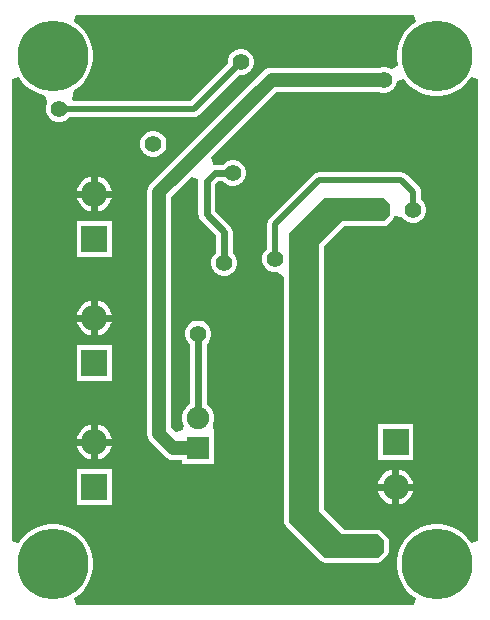
<source format=gbl>
G04*
G04 #@! TF.GenerationSoftware,Altium Limited,Altium Designer,24.9.1 (31)*
G04*
G04 Layer_Physical_Order=2*
G04 Layer_Color=16711680*
%FSLAX24Y24*%
%MOIN*%
G70*
G04*
G04 #@! TF.SameCoordinates,EFE55B14-B155-4399-AD63-722DAA59AC23*
G04*
G04*
G04 #@! TF.FilePolarity,Positive*
G04*
G01*
G75*
%ADD65C,0.0197*%
%ADD66C,0.0236*%
%ADD67C,0.0472*%
%ADD70C,0.0866*%
%ADD71R,0.0866X0.0866*%
%ADD72R,0.0748X0.0748*%
%ADD73C,0.0748*%
%ADD74C,0.2362*%
%ADD75C,0.0551*%
G36*
X13469Y19461D02*
X13467Y19449D01*
X13301Y19328D01*
X13152Y19179D01*
X13028Y19009D01*
X12933Y18821D01*
X12868Y18621D01*
X12835Y18412D01*
Y18202D01*
X12866Y18001D01*
X12855Y17985D01*
X12691Y17881D01*
X12659Y17871D01*
X12569Y17923D01*
X12459Y17953D01*
X12345D01*
X12234Y17923D01*
X12223Y17917D01*
X8661D01*
X8559Y17903D01*
X8463Y17864D01*
X8381Y17800D01*
X4640Y14060D01*
X4577Y13978D01*
X4538Y13882D01*
X4524Y13780D01*
Y5709D01*
X4538Y5606D01*
X4577Y5510D01*
X4640Y5428D01*
X5109Y4959D01*
X5191Y4896D01*
X5287Y4857D01*
X5390Y4843D01*
X5689D01*
Y4709D01*
X6752D01*
Y5772D01*
X6752Y5772D01*
X6700Y6008D01*
X6716Y6035D01*
X6752Y6170D01*
Y6310D01*
X6716Y6445D01*
X6646Y6567D01*
X6547Y6665D01*
X6498Y6693D01*
Y8721D01*
X6567Y8789D01*
X6624Y8888D01*
X6654Y8998D01*
Y9112D01*
X6624Y9222D01*
X6567Y9321D01*
X6486Y9402D01*
X6388Y9459D01*
X6277Y9488D01*
X6163D01*
X6053Y9459D01*
X5955Y9402D01*
X5874Y9321D01*
X5817Y9222D01*
X5787Y9112D01*
Y8998D01*
X5817Y8888D01*
X5874Y8789D01*
X5943Y8721D01*
Y6693D01*
X5894Y6665D01*
X5795Y6567D01*
X5725Y6445D01*
X5689Y6310D01*
Y6170D01*
X5725Y6035D01*
X5741Y6008D01*
X5702Y5832D01*
X5466Y5778D01*
X5318Y5913D01*
Y13615D01*
X5974Y14271D01*
X6208Y14206D01*
X6225Y14188D01*
X6218Y14134D01*
Y13032D01*
X6228Y12960D01*
X6255Y12893D01*
X6300Y12835D01*
X6809Y12326D01*
Y11752D01*
X6740Y11683D01*
X6683Y11584D01*
X6654Y11474D01*
Y11360D01*
X6683Y11250D01*
X6740Y11151D01*
X6821Y11071D01*
X6919Y11014D01*
X7030Y10984D01*
X7144D01*
X7254Y11014D01*
X7353Y11071D01*
X7433Y11151D01*
X7490Y11250D01*
X7520Y11360D01*
Y11474D01*
X7490Y11584D01*
X7433Y11683D01*
X7365Y11752D01*
Y12441D01*
X7355Y12513D01*
X7327Y12580D01*
X7283Y12637D01*
X6774Y13147D01*
Y14019D01*
X6887Y14131D01*
X7028D01*
X7096Y14063D01*
X7195Y14006D01*
X7305Y13976D01*
X7419D01*
X7529Y14006D01*
X7628Y14063D01*
X7709Y14144D01*
X7766Y14242D01*
X7795Y14352D01*
Y14466D01*
X7766Y14577D01*
X7709Y14675D01*
X7628Y14756D01*
X7529Y14813D01*
X7419Y14843D01*
X7305D01*
X7195Y14813D01*
X7096Y14756D01*
X7028Y14687D01*
X6772D01*
X6718Y14680D01*
X6699Y14697D01*
X6635Y14932D01*
X8826Y17123D01*
X12223D01*
X12234Y17116D01*
X12345Y17087D01*
X12459D01*
X12569Y17116D01*
X12667Y17173D01*
X12748Y17254D01*
X12805Y17353D01*
X12835Y17463D01*
Y17478D01*
X13071Y17547D01*
X13152Y17435D01*
X13301Y17286D01*
X13472Y17162D01*
X13659Y17067D01*
X13860Y17001D01*
X14068Y16969D01*
X14279D01*
X14487Y17001D01*
X14687Y17067D01*
X14875Y17162D01*
X15045Y17286D01*
X15194Y17435D01*
X15315Y17601D01*
X15327Y17603D01*
X15551Y17543D01*
Y2142D01*
X15327Y2082D01*
X15315Y2084D01*
X15194Y2250D01*
X15045Y2399D01*
X14875Y2523D01*
X14687Y2618D01*
X14487Y2684D01*
X14279Y2717D01*
X14068D01*
X13860Y2684D01*
X13659Y2618D01*
X13472Y2523D01*
X13301Y2399D01*
X13152Y2250D01*
X13028Y2080D01*
X12933Y1892D01*
X12868Y1691D01*
X12835Y1483D01*
Y1273D01*
X12868Y1064D01*
X12933Y864D01*
X13028Y676D01*
X13152Y506D01*
X13301Y357D01*
X13467Y236D01*
X13469Y225D01*
X13409Y0D01*
X2142D01*
X2082Y225D01*
X2084Y236D01*
X2250Y357D01*
X2399Y506D01*
X2523Y676D01*
X2618Y864D01*
X2684Y1064D01*
X2717Y1273D01*
Y1483D01*
X2684Y1691D01*
X2618Y1892D01*
X2523Y2080D01*
X2399Y2250D01*
X2250Y2399D01*
X2080Y2523D01*
X1892Y2618D01*
X1691Y2684D01*
X1483Y2717D01*
X1273D01*
X1064Y2684D01*
X864Y2618D01*
X676Y2523D01*
X506Y2399D01*
X357Y2250D01*
X236Y2084D01*
X225Y2082D01*
X0Y2142D01*
Y17543D01*
X225Y17603D01*
X236Y17601D01*
X357Y17435D01*
X506Y17286D01*
X676Y17162D01*
X864Y17067D01*
X1064Y17001D01*
X1090Y16997D01*
X1138Y16929D01*
X1194Y16742D01*
X1171Y16703D01*
X1142Y16592D01*
Y16478D01*
X1171Y16368D01*
X1228Y16270D01*
X1309Y16189D01*
X1408Y16132D01*
X1518Y16102D01*
X1632D01*
X1742Y16132D01*
X1841Y16189D01*
X1921Y16270D01*
X1926Y16277D01*
X6063D01*
X6130Y16286D01*
X6192Y16312D01*
X6246Y16353D01*
X7572Y17680D01*
X7581Y17677D01*
X7695D01*
X7805Y17707D01*
X7904Y17764D01*
X7984Y17844D01*
X8041Y17943D01*
X8071Y18053D01*
Y18167D01*
X8041Y18277D01*
X7984Y18376D01*
X7904Y18457D01*
X7805Y18514D01*
X7695Y18543D01*
X7581D01*
X7471Y18514D01*
X7372Y18457D01*
X7291Y18376D01*
X7234Y18277D01*
X7205Y18167D01*
Y18053D01*
X7207Y18045D01*
X5956Y16794D01*
X2057D01*
X2003Y16880D01*
X2080Y17162D01*
X2250Y17286D01*
X2399Y17435D01*
X2523Y17606D01*
X2618Y17793D01*
X2684Y17994D01*
X2717Y18202D01*
Y18412D01*
X2684Y18621D01*
X2618Y18821D01*
X2523Y19009D01*
X2399Y19179D01*
X2250Y19328D01*
X2084Y19449D01*
X2082Y19461D01*
X2142Y19685D01*
X13409D01*
X13469Y19461D01*
D02*
G37*
%LPC*%
G36*
X4781Y15807D02*
X4667D01*
X4557Y15778D01*
X4459Y15721D01*
X4378Y15640D01*
X4321Y15541D01*
X4291Y15431D01*
Y15317D01*
X4321Y15207D01*
X4378Y15108D01*
X4459Y15027D01*
X4557Y14970D01*
X4667Y14941D01*
X4781D01*
X4892Y14970D01*
X4990Y15027D01*
X5071Y15108D01*
X5128Y15207D01*
X5157Y15317D01*
Y15431D01*
X5128Y15541D01*
X5071Y15640D01*
X4990Y15721D01*
X4892Y15778D01*
X4781Y15807D01*
D02*
G37*
G36*
X2874Y14283D02*
Y13823D01*
X3335D01*
X3324Y13877D01*
X3279Y13984D01*
X3215Y14081D01*
X3132Y14163D01*
X3036Y14228D01*
X2928Y14273D01*
X2874Y14283D01*
D02*
G37*
G36*
X2638Y14283D02*
X2584Y14273D01*
X2476Y14228D01*
X2379Y14163D01*
X2297Y14081D01*
X2233Y13984D01*
X2188Y13877D01*
X2177Y13823D01*
X2638D01*
Y14283D01*
D02*
G37*
G36*
Y13587D02*
X2177D01*
X2188Y13532D01*
X2233Y13425D01*
X2297Y13328D01*
X2379Y13246D01*
X2476Y13181D01*
X2584Y13137D01*
X2638Y13126D01*
Y13587D01*
D02*
G37*
G36*
X3335D02*
X2874D01*
Y13126D01*
X2928Y13137D01*
X3036Y13181D01*
X3132Y13246D01*
X3215Y13328D01*
X3279Y13425D01*
X3324Y13532D01*
X3335Y13587D01*
D02*
G37*
G36*
X12992Y14431D02*
X10236D01*
X10169Y14423D01*
X10107Y14397D01*
X10054Y14356D01*
X8597Y12899D01*
X8556Y12846D01*
X8530Y12783D01*
X8521Y12717D01*
Y11886D01*
X8514Y11882D01*
X8433Y11801D01*
X8376Y11703D01*
X8346Y11592D01*
Y11478D01*
X8376Y11368D01*
X8433Y11270D01*
X8514Y11189D01*
X8612Y11132D01*
X8723Y11102D01*
X8837D01*
X8855Y11107D01*
X9056Y10989D01*
X9091Y10943D01*
Y2756D01*
X9091Y2756D01*
X9104Y2694D01*
X9138Y2642D01*
X10320Y1461D01*
X10372Y1426D01*
X10433Y1414D01*
X10433Y1414D01*
X12205D01*
X12266Y1426D01*
X12318Y1461D01*
X12318Y1461D01*
X12515Y1658D01*
X12550Y1710D01*
X12562Y1772D01*
X12562Y1772D01*
Y2165D01*
X12550Y2227D01*
X12515Y2279D01*
X12515Y2279D01*
X12318Y2476D01*
X12266Y2511D01*
X12205Y2523D01*
X12205Y2523D01*
X11090D01*
X10397Y3216D01*
Y11941D01*
X11090Y12635D01*
X12402D01*
X12402Y12635D01*
X12463Y12647D01*
X12515Y12682D01*
X12515Y12682D01*
X12712Y12879D01*
X12712Y12879D01*
X12747Y12931D01*
X12753Y12964D01*
X12777Y12982D01*
X13023Y12951D01*
X13039Y12923D01*
X13120Y12842D01*
X13219Y12785D01*
X13329Y12756D01*
X13443D01*
X13553Y12785D01*
X13652Y12842D01*
X13732Y12923D01*
X13789Y13022D01*
X13819Y13132D01*
Y13246D01*
X13789Y13356D01*
X13732Y13455D01*
X13652Y13536D01*
X13644Y13540D01*
Y13780D01*
X13635Y13846D01*
X13609Y13909D01*
X13568Y13962D01*
X13175Y14356D01*
X13121Y14397D01*
X13059Y14423D01*
X12992Y14431D01*
D02*
G37*
G36*
X3346Y12795D02*
X2165D01*
Y11614D01*
X3346D01*
Y12795D01*
D02*
G37*
G36*
X2874Y10149D02*
Y9689D01*
X3335D01*
X3324Y9743D01*
X3279Y9851D01*
X3215Y9947D01*
X3132Y10030D01*
X3036Y10094D01*
X2928Y10139D01*
X2874Y10149D01*
D02*
G37*
G36*
X2638D02*
X2584Y10139D01*
X2476Y10094D01*
X2379Y10030D01*
X2297Y9947D01*
X2233Y9851D01*
X2188Y9743D01*
X2177Y9689D01*
X2638D01*
Y10149D01*
D02*
G37*
G36*
X3335Y9453D02*
X2874D01*
Y8992D01*
X2928Y9003D01*
X3036Y9048D01*
X3132Y9112D01*
X3215Y9194D01*
X3279Y9291D01*
X3324Y9399D01*
X3335Y9453D01*
D02*
G37*
G36*
X2638D02*
X2177D01*
X2188Y9399D01*
X2233Y9291D01*
X2297Y9194D01*
X2379Y9112D01*
X2476Y9048D01*
X2584Y9003D01*
X2638Y8992D01*
Y9453D01*
D02*
G37*
G36*
X3346Y8661D02*
X2165D01*
Y7480D01*
X3346D01*
Y8661D01*
D02*
G37*
G36*
X2874Y6016D02*
Y5555D01*
X3335D01*
X3324Y5609D01*
X3279Y5717D01*
X3215Y5813D01*
X3132Y5896D01*
X3036Y5960D01*
X2928Y6005D01*
X2874Y6016D01*
D02*
G37*
G36*
X2638Y6016D02*
X2584Y6005D01*
X2476Y5960D01*
X2379Y5896D01*
X2297Y5813D01*
X2233Y5717D01*
X2188Y5609D01*
X2177Y5555D01*
X2638D01*
Y6016D01*
D02*
G37*
G36*
X3335Y5319D02*
X2874D01*
Y4858D01*
X2928Y4869D01*
X3036Y4914D01*
X3132Y4978D01*
X3215Y5061D01*
X3279Y5157D01*
X3324Y5265D01*
X3335Y5319D01*
D02*
G37*
G36*
X2638D02*
X2177D01*
X2188Y5265D01*
X2233Y5157D01*
X2297Y5061D01*
X2379Y4978D01*
X2476Y4914D01*
X2584Y4869D01*
X2638Y4858D01*
Y5319D01*
D02*
G37*
G36*
X13386Y6028D02*
X12205D01*
Y4846D01*
X13386D01*
Y6028D01*
D02*
G37*
G36*
X12913Y4516D02*
Y4055D01*
X13374D01*
X13363Y4109D01*
X13319Y4217D01*
X13254Y4313D01*
X13172Y4396D01*
X13075Y4460D01*
X12968Y4505D01*
X12913Y4516D01*
D02*
G37*
G36*
X12677Y4516D02*
X12623Y4505D01*
X12516Y4460D01*
X12419Y4396D01*
X12337Y4313D01*
X12272Y4217D01*
X12227Y4109D01*
X12217Y4055D01*
X12677D01*
Y4516D01*
D02*
G37*
G36*
Y3819D02*
X12217D01*
X12227Y3765D01*
X12272Y3657D01*
X12337Y3561D01*
X12419Y3478D01*
X12516Y3414D01*
X12623Y3369D01*
X12677Y3358D01*
Y3819D01*
D02*
G37*
G36*
X13374D02*
X12913D01*
Y3358D01*
X12968Y3369D01*
X13075Y3414D01*
X13172Y3478D01*
X13254Y3561D01*
X13319Y3657D01*
X13363Y3765D01*
X13374Y3819D01*
D02*
G37*
G36*
X3346Y4528D02*
X2165D01*
Y3346D01*
X3346D01*
Y4528D01*
D02*
G37*
%LPD*%
G36*
X12598Y13386D02*
Y12992D01*
X12402Y12795D01*
X11024D01*
X10236Y12008D01*
Y3150D01*
X11024Y2362D01*
X12205D01*
X12402Y2165D01*
Y1772D01*
X12205Y1575D01*
X10433D01*
X9252Y2756D01*
Y12402D01*
X10433Y13583D01*
X12402D01*
X12598Y13386D01*
D02*
G37*
D65*
X13386Y13189D02*
Y13780D01*
X10236Y14173D02*
X12992D01*
X13386Y13780D01*
X8780Y12717D02*
X10236Y14173D01*
X8780Y11535D02*
Y12717D01*
X6063Y16535D02*
X7638Y18110D01*
X1575Y16535D02*
X6063D01*
D66*
X6496Y13032D02*
Y14134D01*
X6772Y14409D01*
X7362D01*
X7087Y11417D02*
Y12441D01*
X6496Y13032D02*
X7087Y12441D01*
X6220Y6240D02*
Y9055D01*
D67*
X5390Y5240D02*
X6220D01*
X4921Y5709D02*
X5390Y5240D01*
X4921Y5709D02*
Y13780D01*
X8661Y17520D01*
X12402D01*
D70*
X2756Y9571D02*
D03*
Y13705D02*
D03*
Y5437D02*
D03*
X12795Y3937D02*
D03*
D71*
X2756Y8071D02*
D03*
Y12205D02*
D03*
Y3937D02*
D03*
X12795Y5437D02*
D03*
D72*
X6220Y5240D02*
D03*
D73*
Y6240D02*
D03*
D74*
X1378Y18307D02*
D03*
Y1378D02*
D03*
X14173D02*
D03*
Y18307D02*
D03*
D75*
X15118Y13032D02*
D03*
Y15748D02*
D03*
X12402D02*
D03*
X3740Y1969D02*
D03*
X4921D02*
D03*
X6102D02*
D03*
X11614Y9276D02*
D03*
X12402Y8488D02*
D03*
X9685Y15748D02*
D03*
X6102Y18898D02*
D03*
X4921D02*
D03*
X3740D02*
D03*
X3780Y14567D02*
D03*
X12402Y17520D02*
D03*
X7362Y13406D02*
D03*
X8780Y11535D02*
D03*
X7087Y11417D02*
D03*
X7677Y10039D02*
D03*
X13386Y13189D02*
D03*
X12008Y1969D02*
D03*
X7638Y18110D02*
D03*
X1575Y16535D02*
D03*
X1581Y15748D02*
D03*
X11220Y1969D02*
D03*
X12205Y13189D02*
D03*
X11496D02*
D03*
X4724Y15374D02*
D03*
X6220Y9055D02*
D03*
X8150Y15394D02*
D03*
X7362Y14409D02*
D03*
X12402Y9276D02*
D03*
X11614Y10063D02*
D03*
Y8488D02*
D03*
M02*

</source>
